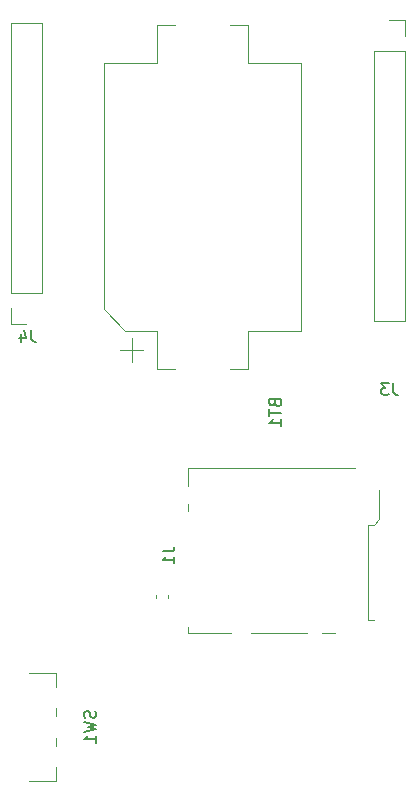
<source format=gbr>
%TF.GenerationSoftware,KiCad,Pcbnew,8.0.5-1.fc40*%
%TF.CreationDate,2024-10-05T09:08:47-05:00*%
%TF.ProjectId,PCB_ESP32,5043425f-4553-4503-9332-2e6b69636164,rev?*%
%TF.SameCoordinates,Original*%
%TF.FileFunction,Legend,Bot*%
%TF.FilePolarity,Positive*%
%FSLAX46Y46*%
G04 Gerber Fmt 4.6, Leading zero omitted, Abs format (unit mm)*
G04 Created by KiCad (PCBNEW 8.0.5-1.fc40) date 2024-10-05 09:08:47*
%MOMM*%
%LPD*%
G01*
G04 APERTURE LIST*
%ADD10C,0.150000*%
%ADD11C,0.120000*%
G04 APERTURE END LIST*
D10*
X168343333Y-105539819D02*
X168343333Y-106254104D01*
X168343333Y-106254104D02*
X168390952Y-106396961D01*
X168390952Y-106396961D02*
X168486190Y-106492200D01*
X168486190Y-106492200D02*
X168629047Y-106539819D01*
X168629047Y-106539819D02*
X168724285Y-106539819D01*
X167962380Y-105539819D02*
X167343333Y-105539819D01*
X167343333Y-105539819D02*
X167676666Y-105920771D01*
X167676666Y-105920771D02*
X167533809Y-105920771D01*
X167533809Y-105920771D02*
X167438571Y-105968390D01*
X167438571Y-105968390D02*
X167390952Y-106016009D01*
X167390952Y-106016009D02*
X167343333Y-106111247D01*
X167343333Y-106111247D02*
X167343333Y-106349342D01*
X167343333Y-106349342D02*
X167390952Y-106444580D01*
X167390952Y-106444580D02*
X167438571Y-106492200D01*
X167438571Y-106492200D02*
X167533809Y-106539819D01*
X167533809Y-106539819D02*
X167819523Y-106539819D01*
X167819523Y-106539819D02*
X167914761Y-106492200D01*
X167914761Y-106492200D02*
X167962380Y-106444580D01*
X143137200Y-133306667D02*
X143184819Y-133449524D01*
X143184819Y-133449524D02*
X143184819Y-133687619D01*
X143184819Y-133687619D02*
X143137200Y-133782857D01*
X143137200Y-133782857D02*
X143089580Y-133830476D01*
X143089580Y-133830476D02*
X142994342Y-133878095D01*
X142994342Y-133878095D02*
X142899104Y-133878095D01*
X142899104Y-133878095D02*
X142803866Y-133830476D01*
X142803866Y-133830476D02*
X142756247Y-133782857D01*
X142756247Y-133782857D02*
X142708628Y-133687619D01*
X142708628Y-133687619D02*
X142661009Y-133497143D01*
X142661009Y-133497143D02*
X142613390Y-133401905D01*
X142613390Y-133401905D02*
X142565771Y-133354286D01*
X142565771Y-133354286D02*
X142470533Y-133306667D01*
X142470533Y-133306667D02*
X142375295Y-133306667D01*
X142375295Y-133306667D02*
X142280057Y-133354286D01*
X142280057Y-133354286D02*
X142232438Y-133401905D01*
X142232438Y-133401905D02*
X142184819Y-133497143D01*
X142184819Y-133497143D02*
X142184819Y-133735238D01*
X142184819Y-133735238D02*
X142232438Y-133878095D01*
X142184819Y-134211429D02*
X143184819Y-134449524D01*
X143184819Y-134449524D02*
X142470533Y-134640000D01*
X142470533Y-134640000D02*
X143184819Y-134830476D01*
X143184819Y-134830476D02*
X142184819Y-135068572D01*
X143184819Y-135973333D02*
X143184819Y-135401905D01*
X143184819Y-135687619D02*
X142184819Y-135687619D01*
X142184819Y-135687619D02*
X142327676Y-135592381D01*
X142327676Y-135592381D02*
X142422914Y-135497143D01*
X142422914Y-135497143D02*
X142470533Y-135401905D01*
X148834819Y-119786666D02*
X149549104Y-119786666D01*
X149549104Y-119786666D02*
X149691961Y-119739047D01*
X149691961Y-119739047D02*
X149787200Y-119643809D01*
X149787200Y-119643809D02*
X149834819Y-119500952D01*
X149834819Y-119500952D02*
X149834819Y-119405714D01*
X149834819Y-120786666D02*
X149834819Y-120215238D01*
X149834819Y-120500952D02*
X148834819Y-120500952D01*
X148834819Y-120500952D02*
X148977676Y-120405714D01*
X148977676Y-120405714D02*
X149072914Y-120310476D01*
X149072914Y-120310476D02*
X149120533Y-120215238D01*
X158336009Y-107229285D02*
X158383628Y-107372142D01*
X158383628Y-107372142D02*
X158431247Y-107419761D01*
X158431247Y-107419761D02*
X158526485Y-107467380D01*
X158526485Y-107467380D02*
X158669342Y-107467380D01*
X158669342Y-107467380D02*
X158764580Y-107419761D01*
X158764580Y-107419761D02*
X158812200Y-107372142D01*
X158812200Y-107372142D02*
X158859819Y-107276904D01*
X158859819Y-107276904D02*
X158859819Y-106895952D01*
X158859819Y-106895952D02*
X157859819Y-106895952D01*
X157859819Y-106895952D02*
X157859819Y-107229285D01*
X157859819Y-107229285D02*
X157907438Y-107324523D01*
X157907438Y-107324523D02*
X157955057Y-107372142D01*
X157955057Y-107372142D02*
X158050295Y-107419761D01*
X158050295Y-107419761D02*
X158145533Y-107419761D01*
X158145533Y-107419761D02*
X158240771Y-107372142D01*
X158240771Y-107372142D02*
X158288390Y-107324523D01*
X158288390Y-107324523D02*
X158336009Y-107229285D01*
X158336009Y-107229285D02*
X158336009Y-106895952D01*
X157859819Y-107753095D02*
X157859819Y-108324523D01*
X158859819Y-108038809D02*
X157859819Y-108038809D01*
X158859819Y-109181666D02*
X158859819Y-108610238D01*
X158859819Y-108895952D02*
X157859819Y-108895952D01*
X157859819Y-108895952D02*
X158002676Y-108800714D01*
X158002676Y-108800714D02*
X158097914Y-108705476D01*
X158097914Y-108705476D02*
X158145533Y-108610238D01*
X137723333Y-101044819D02*
X137723333Y-101759104D01*
X137723333Y-101759104D02*
X137770952Y-101901961D01*
X137770952Y-101901961D02*
X137866190Y-101997200D01*
X137866190Y-101997200D02*
X138009047Y-102044819D01*
X138009047Y-102044819D02*
X138104285Y-102044819D01*
X136818571Y-101378152D02*
X136818571Y-102044819D01*
X137056666Y-100997200D02*
X137294761Y-101711485D01*
X137294761Y-101711485D02*
X136675714Y-101711485D01*
D11*
%TO.C,J3*%
X166700000Y-77375000D02*
X169360000Y-77375000D01*
X166700000Y-100295000D02*
X166700000Y-77375000D01*
X166700000Y-100295000D02*
X169360000Y-100295000D01*
X168030000Y-74775000D02*
X169360000Y-74775000D01*
X169360000Y-74775000D02*
X169360000Y-76105000D01*
X169360000Y-100295000D02*
X169360000Y-77375000D01*
%TO.C,C8*%
X148270000Y-123479420D02*
X148270000Y-123760580D01*
X149290000Y-123479420D02*
X149290000Y-123760580D01*
%TO.C,SW1*%
X137530000Y-130040000D02*
X139830000Y-130040000D01*
X139830000Y-130040000D02*
X139830000Y-131240000D01*
X139830000Y-133740000D02*
X139830000Y-133040000D01*
X139830000Y-136240000D02*
X139830000Y-135540000D01*
X139830000Y-138040000D02*
X139830000Y-139240000D01*
X139830000Y-139240000D02*
X137530000Y-139240000D01*
%TO.C,J1*%
X151020000Y-114270000D02*
X151020000Y-112710000D01*
X151020000Y-115770000D02*
X151020000Y-116320000D01*
X151020000Y-126680000D02*
X151020000Y-126170000D01*
X154630000Y-126680000D02*
X151020000Y-126680000D01*
X161030000Y-126680000D02*
X156330000Y-126680000D01*
X163430000Y-126680000D02*
X162330000Y-126680000D01*
X165080000Y-112710000D02*
X151020000Y-112710000D01*
X166240000Y-117530000D02*
X166240000Y-125560000D01*
X166690000Y-117530000D02*
X166240000Y-117530000D01*
X166690000Y-117530000D02*
X167180000Y-117030000D01*
X166690000Y-125560000D02*
X166240000Y-125560000D01*
X167190000Y-117020000D02*
X167190000Y-114620000D01*
%TO.C,BT1*%
X143850000Y-99300000D02*
X143850000Y-78400000D01*
X145200000Y-102750000D02*
X147200000Y-102750000D01*
X145650000Y-101100000D02*
X143850000Y-99300000D01*
X146200000Y-103750000D02*
X146200000Y-101750000D01*
X148350000Y-75200000D02*
X148350000Y-78400000D01*
X148350000Y-78400000D02*
X143850000Y-78400000D01*
X148350000Y-101100000D02*
X145650000Y-101100000D01*
X148350000Y-104300000D02*
X148350000Y-101100000D01*
X149900000Y-75200000D02*
X148350000Y-75200000D01*
X149900000Y-104300000D02*
X148350000Y-104300000D01*
X154500000Y-75200000D02*
X156050000Y-75200000D01*
X154500000Y-104300000D02*
X156050000Y-104300000D01*
X156050000Y-75200000D02*
X156050000Y-78400000D01*
X156050000Y-78400000D02*
X160550000Y-78400000D01*
X156050000Y-101100000D02*
X160550000Y-101100000D01*
X156050000Y-104300000D02*
X156050000Y-101100000D01*
X160550000Y-78400000D02*
X160550000Y-101100000D01*
%TO.C,J4*%
X135960000Y-75025000D02*
X135960000Y-97945000D01*
X135960000Y-100545000D02*
X135960000Y-99215000D01*
X137290000Y-100545000D02*
X135960000Y-100545000D01*
X138620000Y-75025000D02*
X135960000Y-75025000D01*
X138620000Y-75025000D02*
X138620000Y-97945000D01*
X138620000Y-97945000D02*
X135960000Y-97945000D01*
%TD*%
M02*

</source>
